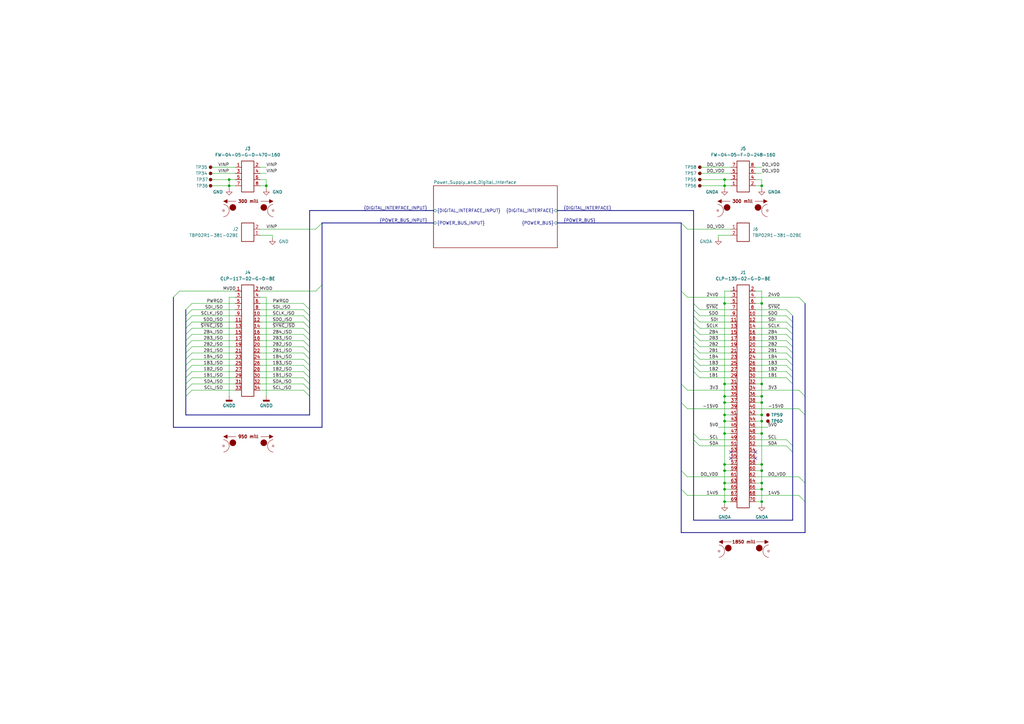
<source format=kicad_sch>
(kicad_sch (version 20250114) (generator "eeschema") (generator_version "9.0")
  (paper "A3")
  (lib_symbols
    (symbol "CONNECTORS_CLP-1xx-02-G-D-BE_DATA_BASE:J_CLP-117-02-G-D-BE" (pin_names (offset 0.254))
      (property "Reference" "J" (at 5.08 24.13 0))
      (property "Value" "CLP-117-02-G-D-BE" (at 5.08 -24.13 0))
      (symbol "J_CLP-117-02-G-D-BE_0_0"
        (pin unspecified line (at -5.08 20.32 0) (length 2.54) (name "") (number "1"))
        (pin unspecified line (at -5.08 17.78 0) (length 2.54) (name "") (number "3"))
        (pin unspecified line (at -5.08 15.24 0) (length 2.54) (name "") (number "5"))
        (pin unspecified line (at -5.08 12.7 0) (length 2.54) (name "") (number "7"))
        (pin unspecified line (at -5.08 10.16 0) (length 2.54) (name "") (number "9"))
        (pin unspecified line (at -5.08 7.62 0) (length 2.54) (name "") (number "11"))
        (pin unspecified line (at -5.08 5.08 0) (length 2.54) (name "") (number "13"))
        (pin unspecified line (at -5.08 2.54 0) (length 2.54) (name "") (number "15"))
        (pin unspecified line (at -5.08 0 0) (length 2.54) (name "") (number "17"))
        (pin unspecified line (at -5.08 -2.54 0) (length 2.54) (name "") (number "19"))
        (pin unspecified line (at -5.08 -5.08 0) (length 2.54) (name "") (number "21"))
        (pin unspecified line (at -5.08 -7.62 0) (length 2.54) (name "") (number "23"))
        (pin unspecified line (at -5.08 -10.16 0) (length 2.54) (name "") (number "25"))
        (pin unspecified line (at -5.08 -12.7 0) (length 2.54) (name "") (number "27"))
        (pin unspecified line (at -5.08 -15.24 0) (length 2.54) (name "") (number "29"))
        (pin unspecified line (at -5.08 -17.78 0) (length 2.54) (name "") (number "31"))
        (pin unspecified line (at -5.08 -20.32 0) (length 2.54) (name "") (number "33"))
        (pin unspecified line (at 5.08 20.32 180) (length 2.54) (name "") (number "2"))
        (pin unspecified line (at 5.08 17.78 180) (length 2.54) (name "") (number "4"))
        (pin unspecified line (at 5.08 15.24 180) (length 2.54) (name "") (number "6"))
        (pin unspecified line (at 5.08 12.7 180) (length 2.54) (name "") (number "8"))
        (pin unspecified line (at 5.08 10.16 180) (length 2.54) (name "") (number "10"))
        (pin unspecified line (at 5.08 7.62 180) (length 2.54) (name "") (number "12"))
        (pin unspecified line (at 5.08 5.08 180) (length 2.54) (name "") (number "14"))
        (pin unspecified line (at 5.08 2.54 180) (length 2.54) (name "") (number "16"))
        (pin unspecified line (at 5.08 0 180) (length 2.54) (name "") (number "18"))
        (pin unspecified line (at 5.08 -2.54 180) (length 2.54) (name "") (number "20"))
        (pin unspecified line (at 5.08 -5.08 180) (length 2.54) (name "") (number "22"))
        (pin unspecified line (at 5.08 -7.62 180) (length 2.54) (name "") (number "24"))
        (pin unspecified line (at 5.08 -10.16 180) (length 2.54) (name "") (number "26"))
        (pin unspecified line (at 5.08 -12.7 180) (length 2.54) (name "") (number "28"))
        (pin unspecified line (at 5.08 -15.24 180) (length 2.54) (name "") (number "30"))
        (pin unspecified line (at 5.08 -17.78 180) (length 2.54) (name "") (number "32"))
        (pin unspecified line (at 5.08 -20.32 180) (length 2.54) (name "") (number "34"))
      )
      (symbol "J_CLP-117-02-G-D-BE_1_0"
        (rectangle (start -2.54 22.86) (end 2.54 -22.86) (stroke (width 0.254)))
      )
    )
    (symbol "CONNECTORS_CLP-1xx-02-G-D-BE_DATA_BASE:J_CLP-135-02-G-D-BE" (pin_names (offset 0.254))
      (property "Reference" "J" (at 5.08 46.99 0))
      (property "Value" "CLP-135-02-G-D-BE" (at 5.08 -46.99 0))
      (symbol "J_CLP-135-02-G-D-BE_0_0"
        (pin unspecified line (at -5.08 43.18 0) (length 2.54) (name "") (number "1"))
        (pin unspecified line (at -5.08 40.64 0) (length 2.54) (name "") (number "3"))
        (pin unspecified line (at -5.08 38.1 0) (length 2.54) (name "") (number "5"))
        (pin unspecified line (at -5.08 35.56 0) (length 2.54) (name "") (number "7"))
        (pin unspecified line (at -5.08 33.02 0) (length 2.54) (name "") (number "9"))
        (pin unspecified line (at -5.08 30.48 0) (length 2.54) (name "") (number "11"))
        (pin unspecified line (at -5.08 27.94 0) (length 2.54) (name "") (number "13"))
        (pin unspecified line (at -5.08 25.4 0) (length 2.54) (name "") (number "15"))
        (pin unspecified line (at -5.08 22.86 0) (length 2.54) (name "") (number "17"))
        (pin unspecified line (at -5.08 20.32 0) (length 2.54) (name "") (number "19"))
        (pin unspecified line (at -5.08 17.78 0) (length 2.54) (name "") (number "21"))
        (pin unspecified line (at -5.08 15.24 0) (length 2.54) (name "") (number "23"))
        (pin unspecified line (at -5.08 12.7 0) (length 2.54) (name "") (number "25"))
        (pin unspecified line (at -5.08 10.16 0) (length 2.54) (name "") (number "27"))
        (pin unspecified line (at -5.08 7.62 0) (length 2.54) (name "") (number "29"))
        (pin unspecified line (at -5.08 5.08 0) (length 2.54) (name "") (number "31"))
        (pin unspecified line (at -5.08 2.54 0) (length 2.54) (name "") (number "33"))
        (pin unspecified line (at -5.08 0 0) (length 2.54) (name "") (number "35"))
        (pin unspecified line (at -5.08 -2.54 0) (length 2.54) (name "") (number "37"))
        (pin unspecified line (at -5.08 -5.08 0) (length 2.54) (name "") (number "39"))
        (pin unspecified line (at -5.08 -7.62 0) (length 2.54) (name "") (number "41"))
        (pin unspecified line (at -5.08 -10.16 0) (length 2.54) (name "") (number "43"))
        (pin unspecified line (at -5.08 -12.7 0) (length 2.54) (name "") (number "45"))
        (pin unspecified line (at -5.08 -15.24 0) (length 2.54) (name "") (number "47"))
        (pin unspecified line (at -5.08 -17.78 0) (length 2.54) (name "") (number "49"))
        (pin unspecified line (at -5.08 -20.32 0) (length 2.54) (name "") (number "51"))
        (pin unspecified line (at -5.08 -22.86 0) (length 2.54) (name "") (number "53"))
        (pin unspecified line (at -5.08 -25.4 0) (length 2.54) (name "") (number "55"))
        (pin unspecified line (at -5.08 -27.94 0) (length 2.54) (name "") (number "57"))
        (pin unspecified line (at -5.08 -30.48 0) (length 2.54) (name "") (number "59"))
        (pin unspecified line (at -5.08 -33.02 0) (length 2.54) (name "") (number "61"))
        (pin unspecified line (at -5.08 -35.56 0) (length 2.54) (name "") (number "63"))
        (pin unspecified line (at -5.08 -38.1 0) (length 2.54) (name "") (number "65"))
        (pin unspecified line (at -5.08 -40.64 0) (length 2.54) (name "") (number "67"))
        (pin unspecified line (at -5.08 -43.18 0) (length 2.54) (name "") (number "69"))
        (pin unspecified line (at 5.08 43.18 180) (length 2.54) (name "") (number "2"))
        (pin unspecified line (at 5.08 40.64 180) (length 2.54) (name "") (number "4"))
        (pin unspecified line (at 5.08 38.1 180) (length 2.54) (name "") (number "6"))
        (pin unspecified line (at 5.08 35.56 180) (length 2.54) (name "") (number "8"))
        (pin unspecified line (at 5.08 33.02 180) (length 2.54) (name "") (number "10"))
        (pin unspecified line (at 5.08 30.48 180) (length 2.54) (name "") (number "12"))
        (pin unspecified line (at 5.08 27.94 180) (length 2.54) (name "") (number "14"))
        (pin unspecified line (at 5.08 25.4 180) (length 2.54) (name "") (number "16"))
        (pin unspecified line (at 5.08 22.86 180) (length 2.54) (name "") (number "18"))
        (pin unspecified line (at 5.08 20.32 180) (length 2.54) (name "") (number "20"))
        (pin unspecified line (at 5.08 17.78 180) (length 2.54) (name "") (number "22"))
        (pin unspecified line (at 5.08 15.24 180) (length 2.54) (name "") (number "24"))
        (pin unspecified line (at 5.08 12.7 180) (length 2.54) (name "") (number "26"))
        (pin unspecified line (at 5.08 10.16 180) (length 2.54) (name "") (number "28"))
        (pin unspecified line (at 5.08 7.62 180) (length 2.54) (name "") (number "30"))
        (pin unspecified line (at 5.08 5.08 180) (length 2.54) (name "") (number "32"))
        (pin unspecified line (at 5.08 2.54 180) (length 2.54) (name "") (number "34"))
        (pin unspecified line (at 5.08 0 180) (length 2.54) (name "") (number "36"))
        (pin unspecified line (at 5.08 -2.54 180) (length 2.54) (name "") (number "38"))
        (pin unspecified line (at 5.08 -5.08 180) (length 2.54) (name "") (number "40"))
        (pin unspecified line (at 5.08 -7.62 180) (length 2.54) (name "") (number "42"))
        (pin unspecified line (at 5.08 -10.16 180) (length 2.54) (name "") (number "44"))
        (pin unspecified line (at 5.08 -12.7 180) (length 2.54) (name "") (number "46"))
        (pin unspecified line (at 5.08 -15.24 180) (length 2.54) (name "") (number "48"))
        (pin unspecified line (at 5.08 -17.78 180) (length 2.54) (name "") (number "50"))
        (pin unspecified line (at 5.08 -20.32 180) (length 2.54) (name "") (number "52"))
        (pin unspecified line (at 5.08 -22.86 180) (length 2.54) (name "") (number "54"))
        (pin unspecified line (at 5.08 -25.4 180) (length 2.54) (name "") (number "56"))
        (pin unspecified line (at 5.08 -27.94 180) (length 2.54) (name "") (number "58"))
        (pin unspecified line (at 5.08 -30.48 180) (length 2.54) (name "") (number "60"))
        (pin unspecified line (at 5.08 -33.02 180) (length 2.54) (name "") (number "62"))
        (pin unspecified line (at 5.08 -35.56 180) (length 2.54) (name "") (number "64"))
        (pin unspecified line (at 5.08 -38.1 180) (length 2.54) (name "") (number "66"))
        (pin unspecified line (at 5.08 -40.64 180) (length 2.54) (name "") (number "68"))
        (pin unspecified line (at 5.08 -43.18 180) (length 2.54) (name "") (number "70"))
      )
      (symbol "J_CLP-135-02-G-D-BE_1_0"
        (rectangle (start -2.54 45.72) (end 2.54 -45.72) (stroke (width 0.254)))
      )
    )
    (symbol "CONNECTORS_FW-xx-05-F-D-248-160_DATA_BASE:J_FW-04-05-F-D-248-160" (pin_names (offset 0.254))
      (property "Reference" "J" (at 5.08 7.62 0))
      (property "Value" "FW-04-05-F-D-248-160" (at 5.08 -7.62 0))
      (symbol "J_FW-04-05-F-D-248-160_0_0"
        (pin unspecified line (at -5.08 3.81 0) (length 2.54) (name "") (number "1"))
        (pin unspecified line (at -5.08 1.27 0) (length 2.54) (name "") (number "3"))
        (pin unspecified line (at -5.08 -1.27 0) (length 2.54) (name "") (number "5"))
        (pin unspecified line (at -5.08 -3.81 0) (length 2.54) (name "") (number "7"))
        (pin unspecified line (at 5.08 3.81 180) (length 2.54) (name "") (number "2"))
        (pin unspecified line (at 5.08 1.27 180) (length 2.54) (name "") (number "4"))
        (pin unspecified line (at 5.08 -1.27 180) (length 2.54) (name "") (number "6"))
        (pin unspecified line (at 5.08 -3.81 180) (length 2.54) (name "") (number "8"))
      )
      (symbol "J_FW-04-05-F-D-248-160_1_0"
        (rectangle (start -2.54 6.35) (end 2.54 -6.35) (stroke (width 0.254)))
      )
    )
    (symbol "CONNECTORS_FW-xx-05-G-D-470-160_DATA_BASE:J_FW-04-05-G-D-470-160" (pin_names (offset 0.254))
      (property "Reference" "J" (at 5.08 7.62 0))
      (property "Value" "FW-04-05-G-D-470-160" (at 5.08 -7.62 0))
      (symbol "J_FW-04-05-G-D-470-160_0_0"
        (pin unspecified line (at -5.08 3.81 0) (length 2.54) (name "") (number "1"))
        (pin unspecified line (at -5.08 1.27 0) (length 2.54) (name "") (number "3"))
        (pin unspecified line (at -5.08 -1.27 0) (length 2.54) (name "") (number "5"))
        (pin unspecified line (at -5.08 -3.81 0) (length 2.54) (name "") (number "7"))
        (pin unspecified line (at 5.08 3.81 180) (length 2.54) (name "") (number "2"))
        (pin unspecified line (at 5.08 1.27 180) (length 2.54) (name "") (number "4"))
        (pin unspecified line (at 5.08 -1.27 180) (length 2.54) (name "") (number "6"))
        (pin unspecified line (at 5.08 -3.81 180) (length 2.54) (name "") (number "8"))
      )
      (symbol "J_FW-04-05-G-D-470-160_1_0"
        (rectangle (start -2.54 6.35) (end 2.54 -6.35) (stroke (width 0.254)))
      )
    )
    (symbol "CONNECTORS_TBP02R1-381_DATA_BASE:J_TBP02R1-381-02BE" (pin_names (offset 0.254))
      (property "Reference" "J" (at 5.08 5.08 0))
      (property "Value" "TBP02R1-381-02BE" (at 5.08 -5.08 0))
      (symbol "J_TBP02R1-381-02BE_0_0"
        (pin unspecified line (at -5.08 1.27 0) (length 2.54) (name "") (number "1"))
        (pin unspecified line (at -5.08 -1.27 0) (length 2.54) (name "") (number "2"))
      )
      (symbol "J_TBP02R1-381-02BE_1_0"
        (rectangle (start -2.54 3.81) (end 2.54 -3.81) (stroke (width 0.254)))
      )
    )
    (symbol "UNITED_MOUSE_BITES_DATA_BASE:mouse-bite-50mil-1850mil" (pin_names (offset 1.016))
      (symbol "mouse-bite-50mil-1850mil_1_1"
        (arc (start -9.9097 2.54) (mid -7.6077 0) (end -9.9097 -2.54))
        (circle (center -9.9097 0) (radius 0.3592))
        (circle (center -6.096 1.27) (radius 1.27) (fill (type outline)))
        (polyline (pts (xy -4.826 3.81) (xy -8.382 3.81) (xy -8.382 4.572) (xy -9.906 3.81) (xy -8.382 3.048) (xy -8.382 3.81) (xy -7.366 3.81)) (fill (type outline)))
        (polyline (pts (xy 5.334 3.81) (xy 8.89 3.81) (xy 8.89 3.048) (xy 10.414 3.81) (xy 8.89 4.572) (xy 8.89 3.81) (xy 7.874 3.81)) (fill (type outline)))
        (circle (center 6.604 1.27) (radius 1.27) (fill (type outline)))
        (circle (center 10.414 0) (radius 0.3592))
        (arc (start 10.414 -2.54) (mid 8.1117 0) (end 10.414 2.54))
        (text "1850 mill" (at 0.254 3.81 0) (effects (font (size 1.27 1.27) (thickness 0.254) (bold yes))))
      )
    )
    (symbol "UNITED_MOUSE_BITES_DATA_BASE:mouse-bite-50mil-300mil" (pin_names (offset 1.016))
      (symbol "mouse-bite-50mil-300mil_1_1"
        (arc (start -9.9097 2.54) (mid -7.6077 0) (end -9.9097 -2.54))
        (circle (center -9.9097 0) (radius 0.3592))
        (circle (center -6.096 1.27) (radius 1.27) (fill (type outline)))
        (polyline (pts (xy -4.826 3.81) (xy -8.382 3.81) (xy -8.382 4.572) (xy -9.906 3.81) (xy -8.382 3.048) (xy -8.382 3.81) (xy -7.366 3.81)) (fill (type outline)))
        (polyline (pts (xy 5.334 3.81) (xy 8.89 3.81) (xy 8.89 3.048) (xy 10.414 3.81) (xy 8.89 4.572) (xy 8.89 3.81) (xy 7.874 3.81)) (fill (type outline)))
        (circle (center 6.604 1.27) (radius 1.27) (fill (type outline)))
        (circle (center 10.414 0) (radius 0.3592))
        (arc (start 10.414 -2.54) (mid 8.1117 0) (end 10.414 2.54))
        (text "300 mill" (at 0.254 3.81 0) (effects (font (size 1.27 1.27) (thickness 0.254) (bold yes))))
      )
    )
    (symbol "UNITED_MOUSE_BITES_DATA_BASE:mouse-bite-50mil-950mil" (pin_names (offset 1.016))
      (symbol "mouse-bite-50mil-950mil_1_1"
        (arc (start -9.9097 2.54) (mid -7.6077 0) (end -9.9097 -2.54))
        (circle (center -9.9097 0) (radius 0.3592))
        (circle (center -6.096 1.27) (radius 1.27) (fill (type outline)))
        (polyline (pts (xy -4.826 3.81) (xy -8.382 3.81) (xy -8.382 4.572) (xy -9.906 3.81) (xy -8.382 3.048) (xy -8.382 3.81) (xy -7.366 3.81)) (fill (type outline)))
        (polyline (pts (xy 5.334 3.81) (xy 8.89 3.81) (xy 8.89 3.048) (xy 10.414 3.81) (xy 8.89 4.572) (xy 8.89 3.81) (xy 7.874 3.81)) (fill (type outline)))
        (circle (center 6.604 1.27) (radius 1.27) (fill (type outline)))
        (circle (center 10.414 0) (radius 0.3592))
        (arc (start 10.414 -2.54) (mid 8.1117 0) (end 10.414 2.54))
        (text "950 mill" (at 0.254 3.81 0) (effects (font (size 1.27 1.27) (thickness 0.254) (bold yes))))
      )
    )
    (symbol "UNITED_TEST_POINTS:TestPoint_Castelated_v2" (pin_numbers (hide yes)) (pin_names (offset 0.762) (hide yes))
      (property "Reference" "TP" (at 0 5.08 0))
      (symbol "TestPoint_Castelated_v2_1_1"
        (circle (center 0 0) (radius 0.635) (fill (type outline)))
        (pin passive line (at 0 0 0) (length 0) (name "1") (number "1"))
      )
    )
    (symbol "power:GND" (power) (pin_numbers (hide yes)) (pin_names (offset 0) (hide yes))
      (property "Value" "GND" (at 0 -3.81 0))
      (symbol "GND_0_1"
        (polyline (pts (xy 0 0) (xy 0 -1.27) (xy 1.27 -1.27) (xy 0 -2.54) (xy -1.27 -1.27) (xy 0 -1.27)))
      )
      (symbol "GND_1_1"
        (pin power_in line (at 0 0 270) (length 0) (name "~") (number "1"))
      )
    )
    (symbol "power:GNDA" (power) (pin_numbers (hide yes)) (pin_names (offset 0) (hide yes))
      (property "Value" "GNDA" (at 0 -3.81 0))
      (symbol "GNDA_0_1"
        (polyline (pts (xy 0 0) (xy 0 -1.27) (xy 1.27 -1.27) (xy 0 -2.54) (xy -1.27 -1.27) (xy 0 -1.27)))
      )
      (symbol "GNDA_1_1"
        (pin power_in line (at 0 0 270) (length 0) (name "~") (number "1"))
      )
    )
    (symbol "power:GNDD" (power) (pin_numbers (hide yes)) (pin_names (offset 0) (hide yes))
      (property "Value" "GNDD" (at 0 -3.175 0))
      (symbol "GNDD_0_1"
        (rectangle (start -1.27 -1.524) (end 1.27 -2.032) (stroke (width 0.254)) (fill (type outline)))
        (polyline (pts (xy 0 0) (xy 0 -1.524)))
      )
      (symbol "GNDD_1_1"
        (pin power_in line (at 0 0 270) (length 0) (name "~") (number "1"))
      )
    )
  )
  (bus_alias "DIGITAL_INTERFACE" (members "GPIO_A" "GPIO_B" "GPIO_C" "GPIO_D" "GPIO_E" "GPIO_F" "~{ADC_RDY}" "~{ALERT}" "~{RESET}" "SDO" "SDI" "SCLK" "~{SYNC}" "SCL" "SDA" "P1_0" "P1_1" "P1_2" "P1_3" "P1_4" "P1_5" "P1_6" "P1_7" "1B1" "1B2" "1B3" "1B4" "2B1" "2B2" "2B3" "2B4" "AD0" "AD1"))
  (bus_alias "DIGITAL_INTERFACE_INPUT" (members "PWRGD" "~{RESET_ISO}" "~{ALERT_ISO}" "SCLK_ISO" "SDI_ISO" "SDO_ISO" "~{SYNC_ISO}" "SCL_ISO" "SDA_ISO" "1B1_ISO" "1B2_ISO" "1B3_ISO" "1B4_ISO" "2B1_ISO" "2B2_ISO" "2B3_ISO" "2B4_ISO"))
  (bus_alias "POWER_BUS" (members "24V0" "3V3" "14V5" "-15V0" "DO_VDD" "5V0"))
  (bus_alias "POWER_BUS_INPUT" (members "VINP" "MVDD"))
  (junction (at 297.18 200.66))
  (junction (at 297.18 76.2))
  (junction (at 312.42 124.46))
  (junction (at 312.42 76.2))
  (junction (at 312.42 200.66))
  (junction (at 297.18 190.5))
  (junction (at 312.42 170.18))
  (junction (at 312.42 157.48))
  (junction (at 312.42 198.12))
  (junction (at 93.98 76.2))
  (junction (at 109.22 76.2))
  (junction (at 312.42 162.56))
  (junction (at 297.18 165.1))
  (junction (at 312.42 177.8))
  (junction (at 297.18 170.18))
  (junction (at 297.18 157.48))
  (junction (at 297.18 172.72))
  (junction (at 312.42 165.1))
  (junction (at 312.42 193.04))
  (junction (at 312.42 205.74))
  (junction (at 93.98 73.66))
  (junction (at 312.42 190.5))
  (junction (at 297.18 205.74))
  (junction (at 297.18 198.12))
  (junction (at 297.18 177.8))
  (junction (at 297.18 124.46))
  (junction (at 297.18 73.66))
  (junction (at 312.42 172.72))
  (junction (at 297.18 162.56))
  (junction (at 297.18 193.04))
  (no_connect (at 309.88 187.96))
  (no_connect (at 309.88 185.42))
  (no_connect (at 299.72 187.96))
  (no_connect (at 299.72 185.42))
  (bus_entry (at 76.2 144.78) (size 2.54 -2.54))
  (bus_entry (at 322.58 129.54) (size 2.54 2.54))
  (bus_entry (at 132.08 116.84) (size -2.54 2.54))
  (bus_entry (at 327.66 203.2) (size 2.54 2.54))
  (bus_entry (at 287.02 127) (size -2.54 -2.54))
  (bus_entry (at 322.58 152.4) (size 2.54 2.54))
  (bus_entry (at 127 142.24) (size -2.54 -2.54))
  (bus_entry (at 281.94 121.92) (size -2.54 -2.54))
  (bus_entry (at 76.2 132.08) (size 2.54 -2.54))
  (bus_entry (at 322.58 137.16) (size 2.54 2.54))
  (bus_entry (at 322.58 134.62) (size 2.54 2.54))
  (bus_entry (at 322.58 147.32) (size 2.54 2.54))
  (bus_entry (at 76.2 152.4) (size 2.54 -2.54))
  (bus_entry (at 287.02 137.16) (size -2.54 -2.54))
  (bus_entry (at 287.02 147.32) (size -2.54 -2.54))
  (bus_entry (at 327.66 195.58) (size 2.54 2.54))
  (bus_entry (at 287.02 129.54) (size -2.54 -2.54))
  (bus_entry (at 127 132.08) (size -2.54 -2.54))
  (bus_entry (at 76.2 127) (size 2.54 -2.54))
  (bus_entry (at 76.2 149.86) (size 2.54 -2.54))
  (bus_entry (at 322.58 144.78) (size 2.54 2.54))
  (bus_entry (at 322.58 182.88) (size 2.54 2.54))
  (bus_entry (at 287.02 144.78) (size -2.54 -2.54))
  (bus_entry (at 76.2 162.56) (size 2.54 -2.54))
  (bus_entry (at 76.2 154.94) (size 2.54 -2.54))
  (bus_entry (at 287.02 142.24) (size -2.54 -2.54))
  (bus_entry (at 127 160.02) (size -2.54 -2.54))
  (bus_entry (at 327.66 167.64) (size 2.54 2.54))
  (bus_entry (at 281.94 203.2) (size -2.54 -2.54))
  (bus_entry (at 76.2 137.16) (size 2.54 -2.54))
  (bus_entry (at 322.58 132.08) (size 2.54 2.54))
  (bus_entry (at 287.02 132.08) (size -2.54 -2.54))
  (bus_entry (at 322.58 142.24) (size 2.54 2.54))
  (bus_entry (at 76.2 160.02) (size 2.54 -2.54))
  (bus_entry (at 281.94 160.02) (size -2.54 -2.54))
  (bus_entry (at 287.02 182.88) (size -2.54 -2.54))
  (bus_entry (at 127 157.48) (size -2.54 -2.54))
  (bus_entry (at 76.2 139.7) (size 2.54 -2.54))
  (bus_entry (at 281.94 195.58) (size -2.54 -2.54))
  (bus_entry (at 127 152.4) (size -2.54 -2.54))
  (bus_entry (at 279.4 91.44) (size 2.54 2.54))
  (bus_entry (at 76.2 142.24) (size 2.54 -2.54))
  (bus_entry (at 322.58 154.94) (size 2.54 2.54))
  (bus_entry (at 127 154.94) (size -2.54 -2.54))
  (bus_entry (at 127 134.62) (size -2.54 -2.54))
  (bus_entry (at 71.12 121.92) (size 2.54 -2.54))
  (bus_entry (at 287.02 152.4) (size -2.54 -2.54))
  (bus_entry (at 287.02 134.62) (size -2.54 -2.54))
  (bus_entry (at 76.2 129.54) (size 2.54 -2.54))
  (bus_entry (at 127 144.78) (size -2.54 -2.54))
  (bus_entry (at 287.02 139.7) (size -2.54 -2.54))
  (bus_entry (at 322.58 149.86) (size 2.54 2.54))
  (bus_entry (at 76.2 134.62) (size 2.54 -2.54))
  (bus_entry (at 127 139.7) (size -2.54 -2.54))
  (bus_entry (at 127 127) (size -2.54 -2.54))
  (bus_entry (at 127 147.32) (size -2.54 -2.54))
  (bus_entry (at 287.02 180.34) (size -2.54 -2.54))
  (bus_entry (at 127 137.16) (size -2.54 -2.54))
  (bus_entry (at 287.02 149.86) (size -2.54 -2.54))
  (bus_entry (at 76.2 147.32) (size 2.54 -2.54))
  (bus_entry (at 127 162.56) (size -2.54 -2.54))
  (bus_entry (at 322.58 127) (size 2.54 2.54))
  (bus_entry (at 287.02 154.94) (size -2.54 -2.54))
  (bus_entry (at 330.2 124.46) (size -2.54 -2.54))
  (bus_entry (at 322.58 180.34) (size 2.54 2.54))
  (bus_entry (at 322.58 139.7) (size 2.54 2.54))
  (bus_entry (at 132.08 91.44) (size -2.54 2.54))
  (bus_entry (at 281.94 167.64) (size -2.54 -2.54))
  (bus_entry (at 127 149.86) (size -2.54 -2.54))
  (bus_entry (at 76.2 157.48) (size 2.54 -2.54))
  (bus_entry (at 327.66 160.02) (size 2.54 2.54))
  (bus_entry (at 127 129.54) (size -2.54 -2.54))
  (bus (pts (xy 76.2 154.94) (xy 76.2 157.48)))
  (wire (pts (xy 297.18 170.18) (xy 297.18 165.1)))
  (wire (pts (xy 287.02 142.24) (xy 299.72 142.24)))
  (bus (pts (xy 127 144.78) (xy 127 147.32)))
  (bus (pts (xy 279.4 193.04) (xy 279.4 200.66)))
  (wire (pts (xy 309.88 182.88) (xy 322.58 182.88)))
  (wire (pts (xy 287.02 132.08) (xy 299.72 132.08)))
  (bus (pts (xy 279.4 218.44) (xy 330.2 218.44)))
  (wire (pts (xy 287.02 134.62) (xy 299.72 134.62)))
  (wire (pts (xy 78.74 152.4) (xy 96.52 152.4)))
  (bus (pts (xy 76.2 162.56) (xy 76.2 170.18)))
  (wire (pts (xy 109.22 73.66) (xy 109.22 76.2)))
  (wire (pts (xy 312.42 162.56) (xy 312.42 157.48)))
  (wire (pts (xy 287.02 73.66) (xy 297.18 73.66)))
  (bus (pts (xy 330.2 198.12) (xy 330.2 205.74)))
  (wire (pts (xy 309.88 142.24) (xy 322.58 142.24)))
  (wire (pts (xy 106.68 76.2) (xy 109.22 76.2)))
  (wire (pts (xy 297.18 76.2) (xy 299.72 76.2)))
  (wire (pts (xy 281.94 160.02) (xy 299.72 160.02)))
  (wire (pts (xy 86.36 76.2) (xy 93.98 76.2)))
  (wire (pts (xy 78.74 139.7) (xy 96.52 139.7)))
  (bus (pts (xy 76.2 129.54) (xy 76.2 132.08)))
  (bus (pts (xy 325.12 147.32) (xy 325.12 149.86)))
  (wire (pts (xy 297.18 157.48) (xy 297.18 124.46)))
  (bus (pts (xy 284.48 213.36) (xy 325.12 213.36)))
  (bus (pts (xy 325.12 137.16) (xy 325.12 139.7)))
  (wire (pts (xy 281.94 167.64) (xy 299.72 167.64)))
  (wire (pts (xy 309.88 149.86) (xy 322.58 149.86)))
  (wire (pts (xy 297.18 165.1) (xy 297.18 162.56)))
  (wire (pts (xy 124.46 134.62) (xy 106.68 134.62)))
  (wire (pts (xy 312.42 177.8) (xy 312.42 172.72)))
  (wire (pts (xy 281.94 203.2) (xy 299.72 203.2)))
  (wire (pts (xy 297.18 172.72) (xy 297.18 170.18)))
  (wire (pts (xy 309.88 68.58) (xy 312.42 68.58)))
  (wire (pts (xy 297.18 157.48) (xy 299.72 157.48)))
  (wire (pts (xy 312.42 157.48) (xy 312.42 124.46)))
  (wire (pts (xy 287.02 147.32) (xy 299.72 147.32)))
  (bus (pts (xy 325.12 185.42) (xy 325.12 213.36)))
  (wire (pts (xy 124.46 160.02) (xy 106.68 160.02)))
  (wire (pts (xy 297.18 165.1) (xy 299.72 165.1)))
  (wire (pts (xy 309.88 127) (xy 322.58 127)))
  (wire (pts (xy 297.18 205.74) (xy 297.18 200.66)))
  (wire (pts (xy 297.18 207.01) (xy 297.18 205.74)))
  (wire (pts (xy 106.68 71.12) (xy 109.22 71.12)))
  (wire (pts (xy 309.88 180.34) (xy 322.58 180.34)))
  (bus (pts (xy 325.12 132.08) (xy 325.12 134.62)))
  (bus (pts (xy 76.2 149.86) (xy 76.2 152.4)))
  (wire (pts (xy 297.18 172.72) (xy 299.72 172.72)))
  (wire (pts (xy 78.74 149.86) (xy 96.52 149.86)))
  (bus (pts (xy 284.48 124.46) (xy 284.48 127)))
  (wire (pts (xy 312.42 124.46) (xy 309.88 124.46)))
  (bus (pts (xy 325.12 154.94) (xy 325.12 157.48)))
  (wire (pts (xy 78.74 157.48) (xy 96.52 157.48)))
  (wire (pts (xy 93.98 121.92) (xy 93.98 162.56)))
  (bus (pts (xy 284.48 86.36) (xy 228.6 86.36)))
  (wire (pts (xy 309.88 139.7) (xy 322.58 139.7)))
  (bus (pts (xy 127 147.32) (xy 127 149.86)))
  (wire (pts (xy 287.02 71.12) (xy 299.72 71.12)))
  (bus (pts (xy 284.48 144.78) (xy 284.48 147.32)))
  (bus (pts (xy 228.6 91.44) (xy 279.4 91.44)))
  (bus (pts (xy 127 154.94) (xy 127 157.48)))
  (wire (pts (xy 312.42 205.74) (xy 312.42 200.66)))
  (wire (pts (xy 309.88 132.08) (xy 322.58 132.08)))
  (bus (pts (xy 177.8 91.44) (xy 132.08 91.44)))
  (wire (pts (xy 297.18 170.18) (xy 299.72 170.18)))
  (wire (pts (xy 281.94 93.98) (xy 299.72 93.98)))
  (bus (pts (xy 71.12 175.26) (xy 132.08 175.26)))
  (bus (pts (xy 279.4 165.1) (xy 279.4 193.04)))
  (wire (pts (xy 287.02 182.88) (xy 299.72 182.88)))
  (bus (pts (xy 330.2 205.74) (xy 330.2 218.44)))
  (wire (pts (xy 309.88 160.02) (xy 327.66 160.02)))
  (bus (pts (xy 284.48 132.08) (xy 284.48 134.62)))
  (bus (pts (xy 76.2 139.7) (xy 76.2 142.24)))
  (wire (pts (xy 124.46 127) (xy 106.68 127)))
  (wire (pts (xy 314.96 175.26) (xy 309.88 175.26)))
  (wire (pts (xy 312.42 124.46) (xy 312.42 119.38)))
  (wire (pts (xy 312.42 205.74) (xy 309.88 205.74)))
  (wire (pts (xy 294.64 175.26) (xy 299.72 175.26)))
  (bus (pts (xy 127 129.54) (xy 127 132.08)))
  (bus (pts (xy 127 162.56) (xy 127 170.18)))
  (wire (pts (xy 312.42 198.12) (xy 309.88 198.12)))
  (wire (pts (xy 106.68 119.38) (xy 129.54 119.38)))
  (bus (pts (xy 279.4 91.44) (xy 279.4 119.38)))
  (wire (pts (xy 287.02 129.54) (xy 299.72 129.54)))
  (wire (pts (xy 309.88 147.32) (xy 322.58 147.32)))
  (wire (pts (xy 124.46 132.08) (xy 106.68 132.08)))
  (bus (pts (xy 330.2 124.46) (xy 330.2 162.56)))
  (wire (pts (xy 78.74 134.62) (xy 96.52 134.62)))
  (bus (pts (xy 127 152.4) (xy 127 154.94)))
  (bus (pts (xy 284.48 127) (xy 284.48 129.54)))
  (wire (pts (xy 312.42 198.12) (xy 312.42 193.04)))
  (wire (pts (xy 124.46 147.32) (xy 106.68 147.32)))
  (wire (pts (xy 124.46 129.54) (xy 106.68 129.54)))
  (bus (pts (xy 284.48 180.34) (xy 284.48 213.36)))
  (wire (pts (xy 86.36 68.58) (xy 96.52 68.58)))
  (bus (pts (xy 76.2 127) (xy 76.2 129.54)))
  (bus (pts (xy 76.2 157.48) (xy 76.2 160.02)))
  (wire (pts (xy 86.36 73.66) (xy 93.98 73.66)))
  (bus (pts (xy 76.2 152.4) (xy 76.2 154.94)))
  (wire (pts (xy 312.42 73.66) (xy 312.42 76.2)))
  (wire (pts (xy 93.98 73.66) (xy 93.98 76.2)))
  (wire (pts (xy 312.42 170.18) (xy 312.42 165.1)))
  (wire (pts (xy 309.88 195.58) (xy 327.66 195.58)))
  (wire (pts (xy 287.02 144.78) (xy 299.72 144.78)))
  (bus (pts (xy 127 132.08) (xy 127 134.62)))
  (wire (pts (xy 309.88 121.92) (xy 327.66 121.92)))
  (wire (pts (xy 109.22 121.92) (xy 109.22 162.56)))
  (wire (pts (xy 106.68 68.58) (xy 109.22 68.58)))
  (wire (pts (xy 124.46 137.16) (xy 106.68 137.16)))
  (wire (pts (xy 312.42 165.1) (xy 312.42 162.56)))
  (wire (pts (xy 309.88 129.54) (xy 322.58 129.54)))
  (wire (pts (xy 287.02 152.4) (xy 299.72 152.4)))
  (wire (pts (xy 287.02 139.7) (xy 299.72 139.7)))
  (bus (pts (xy 284.48 86.36) (xy 284.48 124.46)))
  (wire (pts (xy 109.22 76.2) (xy 109.22 77.47)))
  (wire (pts (xy 309.88 137.16) (xy 322.58 137.16)))
  (wire (pts (xy 309.88 71.12) (xy 312.42 71.12)))
  (wire (pts (xy 287.02 127) (xy 299.72 127)))
  (wire (pts (xy 287.02 68.58) (xy 299.72 68.58)))
  (bus (pts (xy 325.12 134.62) (xy 325.12 137.16)))
  (bus (pts (xy 284.48 129.54) (xy 284.48 132.08)))
  (wire (pts (xy 78.74 147.32) (xy 96.52 147.32)))
  (bus (pts (xy 132.08 91.44) (xy 132.08 116.84)))
  (wire (pts (xy 78.74 132.08) (xy 96.52 132.08)))
  (wire (pts (xy 281.94 121.92) (xy 299.72 121.92)))
  (wire (pts (xy 124.46 142.24) (xy 106.68 142.24)))
  (bus (pts (xy 279.4 119.38) (xy 279.4 157.48)))
  (wire (pts (xy 287.02 137.16) (xy 299.72 137.16)))
  (bus (pts (xy 76.2 170.18) (xy 127 170.18)))
  (wire (pts (xy 78.74 160.02) (xy 96.52 160.02)))
  (bus (pts (xy 330.2 170.18) (xy 330.2 198.12)))
  (wire (pts (xy 297.18 73.66) (xy 297.18 76.2)))
  (wire (pts (xy 93.98 77.47) (xy 93.98 76.2)))
  (wire (pts (xy 297.18 198.12) (xy 299.72 198.12)))
  (bus (pts (xy 284.48 152.4) (xy 284.48 177.8)))
  (wire (pts (xy 297.18 177.8) (xy 297.18 172.72)))
  (wire (pts (xy 312.42 207.01) (xy 312.42 205.74)))
  (wire (pts (xy 78.74 137.16) (xy 96.52 137.16)))
  (wire (pts (xy 297.18 124.46) (xy 299.72 124.46)))
  (wire (pts (xy 106.68 73.66) (xy 109.22 73.66)))
  (bus (pts (xy 325.12 157.48) (xy 325.12 182.88)))
  (wire (pts (xy 297.18 119.38) (xy 299.72 119.38)))
  (bus (pts (xy 325.12 144.78) (xy 325.12 147.32)))
  (bus (pts (xy 284.48 134.62) (xy 284.48 137.16)))
  (wire (pts (xy 287.02 149.86) (xy 299.72 149.86)))
  (wire (pts (xy 309.88 154.94) (xy 322.58 154.94)))
  (wire (pts (xy 78.74 142.24) (xy 96.52 142.24)))
  (wire (pts (xy 106.68 93.98) (xy 129.54 93.98)))
  (bus (pts (xy 325.12 142.24) (xy 325.12 144.78)))
  (wire (pts (xy 93.98 121.92) (xy 96.52 121.92)))
  (bus (pts (xy 76.2 160.02) (xy 76.2 162.56)))
  (bus (pts (xy 127 134.62) (xy 127 137.16)))
  (wire (pts (xy 309.88 144.78) (xy 322.58 144.78)))
  (wire (pts (xy 309.88 134.62) (xy 322.58 134.62)))
  (wire (pts (xy 78.74 127) (xy 96.52 127)))
  (wire (pts (xy 73.66 119.38) (xy 96.52 119.38)))
  (wire (pts (xy 312.42 190.5) (xy 309.88 190.5)))
  (wire (pts (xy 297.18 193.04) (xy 297.18 190.5)))
  (wire (pts (xy 96.52 73.66) (xy 93.98 73.66)))
  (wire (pts (xy 312.42 77.47) (xy 312.42 76.2)))
  (wire (pts (xy 312.42 177.8) (xy 312.42 190.5)))
  (bus (pts (xy 127 86.36) (xy 177.8 86.36)))
  (wire (pts (xy 124.46 139.7) (xy 106.68 139.7)))
  (wire (pts (xy 309.88 152.4) (xy 322.58 152.4)))
  (wire (pts (xy 297.18 73.66) (xy 299.72 73.66)))
  (wire (pts (xy 297.18 162.56) (xy 297.18 157.48)))
  (wire (pts (xy 297.18 200.66) (xy 297.18 198.12)))
  (wire (pts (xy 297.18 198.12) (xy 297.18 193.04)))
  (wire (pts (xy 312.42 76.2) (xy 309.88 76.2)))
  (wire (pts (xy 86.36 71.12) (xy 96.52 71.12)))
  (bus (pts (xy 330.2 162.56) (xy 330.2 170.18)))
  (bus (pts (xy 325.12 129.54) (xy 325.12 132.08)))
  (wire (pts (xy 111.76 97.79) (xy 111.76 96.52)))
  (bus (pts (xy 284.48 149.86) (xy 284.48 152.4)))
  (bus (pts (xy 127 142.24) (xy 127 144.78)))
  (bus (pts (xy 127 149.86) (xy 127 152.4)))
  (wire (pts (xy 124.46 144.78) (xy 106.68 144.78)))
  (wire (pts (xy 294.64 97.79) (xy 294.64 96.52)))
  (bus (pts (xy 325.12 152.4) (xy 325.12 154.94)))
  (wire (pts (xy 312.42 119.38) (xy 309.88 119.38)))
  (wire (pts (xy 78.74 129.54) (xy 96.52 129.54)))
  (wire (pts (xy 312.42 172.72) (xy 309.88 172.72)))
  (wire (pts (xy 312.42 170.18) (xy 309.88 170.18)))
  (wire (pts (xy 106.68 124.46) (xy 124.46 124.46)))
  (wire (pts (xy 297.18 162.56) (xy 299.72 162.56)))
  (wire (pts (xy 312.42 162.56) (xy 309.88 162.56)))
  (bus (pts (xy 325.12 139.7) (xy 325.12 142.24)))
  (wire (pts (xy 297.18 177.8) (xy 297.18 190.5)))
  (bus (pts (xy 325.12 182.88) (xy 325.12 185.42)))
  (bus (pts (xy 127 137.16) (xy 127 139.7)))
  (wire (pts (xy 312.42 172.72) (xy 312.42 170.18)))
  (wire (pts (xy 124.46 152.4) (xy 106.68 152.4)))
  (bus (pts (xy 284.48 142.24) (xy 284.48 144.78)))
  (wire (pts (xy 297.18 190.5) (xy 299.72 190.5)))
  (wire (pts (xy 312.42 200.66) (xy 312.42 198.12)))
  (bus (pts (xy 325.12 149.86) (xy 325.12 152.4)))
  (wire (pts (xy 294.64 96.52) (xy 299.72 96.52)))
  (bus (pts (xy 76.2 132.08) (xy 76.2 134.62)))
  (wire (pts (xy 124.46 154.94) (xy 106.68 154.94)))
  (wire (pts (xy 124.46 157.48) (xy 106.68 157.48)))
  (wire (pts (xy 312.42 193.04) (xy 312.42 190.5)))
  (wire (pts (xy 312.42 200.66) (xy 309.88 200.66)))
  (wire (pts (xy 78.74 154.94) (xy 96.52 154.94)))
  (wire (pts (xy 109.22 121.92) (xy 106.68 121.92)))
  (wire (pts (xy 297.18 76.2) (xy 297.18 77.47)))
  (bus (pts (xy 127 127) (xy 127 86.36)))
  (bus (pts (xy 279.4 200.66) (xy 279.4 218.44)))
  (wire (pts (xy 124.46 149.86) (xy 106.68 149.86)))
  (wire (pts (xy 312.42 193.04) (xy 309.88 193.04)))
  (wire (pts (xy 309.88 167.64) (xy 327.66 167.64)))
  (bus (pts (xy 127 127) (xy 127 129.54)))
  (wire (pts (xy 287.02 76.2) (xy 297.18 76.2)))
  (bus (pts (xy 76.2 134.62) (xy 76.2 137.16)))
  (wire (pts (xy 297.18 200.66) (xy 299.72 200.66)))
  (wire (pts (xy 297.18 124.46) (xy 297.18 119.38)))
  (wire (pts (xy 312.42 157.48) (xy 309.88 157.48)))
  (wire (pts (xy 312.42 165.1) (xy 309.88 165.1)))
  (wire (pts (xy 309.88 73.66) (xy 312.42 73.66)))
  (wire (pts (xy 297.18 205.74) (xy 299.72 205.74)))
  (bus (pts (xy 127 139.7) (xy 127 142.24)))
  (wire (pts (xy 96.52 76.2) (xy 93.98 76.2)))
  (bus (pts (xy 279.4 157.48) (xy 279.4 165.1)))
  (wire (pts (xy 287.02 154.94) (xy 299.72 154.94)))
  (wire (pts (xy 309.88 203.2) (xy 327.66 203.2)))
  (bus (pts (xy 76.2 137.16) (xy 76.2 139.7)))
  (wire (pts (xy 287.02 180.34) (xy 299.72 180.34)))
  (wire (pts (xy 312.42 177.8) (xy 309.88 177.8)))
  (bus (pts (xy 76.2 147.32) (xy 76.2 149.86)))
  (bus (pts (xy 127 160.02) (xy 127 162.56)))
  (wire (pts (xy 297.18 193.04) (xy 299.72 193.04)))
  (bus (pts (xy 284.48 137.16) (xy 284.48 139.7)))
  (wire (pts (xy 78.74 124.46) (xy 96.52 124.46)))
  (bus (pts (xy 76.2 142.24) (xy 76.2 144.78)))
  (bus (pts (xy 284.48 139.7) (xy 284.48 142.24)))
  (wire (pts (xy 281.94 195.58) (xy 299.72 195.58)))
  (bus (pts (xy 132.08 175.26) (xy 132.08 116.84)))
  (bus (pts (xy 71.12 121.92) (xy 71.12 175.26)))
  (bus (pts (xy 127 157.48) (xy 127 160.02)))
  (bus (pts (xy 284.48 147.32) (xy 284.48 149.86)))
  (wire (pts (xy 78.74 144.78) (xy 96.52 144.78)))
  (bus (pts (xy 284.48 177.8) (xy 284.48 180.34)))
  (bus (pts (xy 76.2 144.78) (xy 76.2 147.32)))
  (wire (pts (xy 297.18 177.8) (xy 299.72 177.8)))
  (wire (pts (xy 111.76 96.52) (xy 106.68 96.52)))
  (label "{DIGITAL_INTERFACE_INPUT}" (at 175.26 86.36 180))
  (label "VINP" (at 93.98 68.58 180))
  (label "SDI_ISO" (at 91.44 127 180))
  (label "~{SYNC_ISO}" (at 91.44 134.62 180))
  (label "VINP" (at 93.98 71.12 180))
  (label "3V3" (at 294.64 160.02 180))
  (label "2B1" (at 294.64 144.78 180))
  (label "DO_VDD" (at 312.42 71.12 0))
  (label "5V0" (at 314.96 175.26 0))
  (label "14V5" (at 314.96 203.2 0))
  (label "{POWER_BUS_INPUT}" (at 175.26 91.44 180))
  (label "-15V0" (at 294.64 167.64 180))
  (label "1B2" (at 314.96 152.4 0))
  (label "2B2_ISO" (at 91.44 142.24 180))
  (label "PWRGD" (at 111.76 124.46 0))
  (label "SDI_ISO" (at 111.76 127 0))
  (label "5V0" (at 294.64 175.26 180))
  (label "SDO_ISO" (at 91.44 132.08 180))
  (label "~{SYNC}" (at 294.64 127 180))
  (label "2B1_ISO" (at 91.44 144.78 180))
  (label "DO_VDD" (at 297.18 71.12 180))
  (label "-15V0" (at 314.96 167.64 0))
  (label "1B2" (at 294.64 152.4 180))
  (label "1B4_ISO" (at 91.44 147.32 180))
  (label "1B2_ISO" (at 111.76 152.4 0))
  (label "{POWER_BUS}" (at 231.14 91.44 0))
  (label "1B4_ISO" (at 111.76 147.32 0))
  (label "SDI" (at 314.96 132.08 0))
  (label "3V3" (at 314.96 160.02 0))
  (label "SCL_ISO" (at 91.44 160.02 180))
  (label "VINP" (at 109.22 71.12 0))
  (label "DO_VDD" (at 312.42 68.58 0))
  (label "PWRGD" (at 91.44 124.46 180))
  (label "SCLK" (at 314.96 134.62 0))
  (label "VINP" (at 109.22 93.98 0))
  (label "2B2_ISO" (at 111.76 142.24 0))
  (label "~{SYNC_ISO}" (at 111.76 134.62 0))
  (label "SDO_ISO" (at 111.76 132.08 0))
  (label "MVDD" (at 91.44 119.38 0))
  (label "{DIGITAL_INTERFACE}" (at 231.14 86.36 0))
  (label "2B3_ISO" (at 111.76 139.7 0))
  (label "1B4" (at 314.96 147.32 0))
  (label "1B1" (at 314.96 154.94 0))
  (label "MVDD" (at 111.76 119.38 180))
  (label "2B4_ISO" (at 91.44 137.16 180))
  (label "SDI" (at 294.64 132.08 180))
  (label "SDA_ISO" (at 111.76 157.48 0))
  (label "1B3" (at 294.64 149.86 180))
  (label "SDA" (at 294.64 182.88 180))
  (label "DO_VDD" (at 314.96 195.58 0))
  (label "2B2" (at 314.96 142.24 0))
  (label "SDO" (at 314.96 129.54 0))
  (label "2B3_ISO" (at 91.44 139.7 180))
  (label "1B2_ISO" (at 91.44 152.4 180))
  (label "24V0" (at 294.64 121.92 180))
  (label "2B4_ISO" (at 111.76 137.16 0))
  (label "1B3_ISO" (at 111.76 149.86 0))
  (label "SCL_ISO" (at 111.76 160.02 0))
  (label "SCL" (at 314.96 180.34 0))
  (label "SCL" (at 294.64 180.34 180))
  (label "2B4" (at 314.96 137.16 0))
  (label "DO_VDD" (at 297.18 68.58 180))
  (label "1B1_ISO" (at 91.44 154.94 180))
  (label "1B3" (at 314.96 149.86 0))
  (label "2B1" (at 314.96 144.78 0))
  (label "DO_VDD" (at 294.64 195.58 180))
  (label "~{SYNC}" (at 314.96 127 0))
  (label "2B3" (at 314.96 139.7 0))
  (label "SCLK_ISO" (at 111.76 129.54 0))
  (label "1B1" (at 294.64 154.94 180))
  (label "2B3" (at 294.64 139.7 180))
  (label "1B1_ISO" (at 111.76 154.94 0))
  (label "SDA_ISO" (at 91.44 157.48 180))
  (label "1B4" (at 294.64 147.32 180))
  (label "1B3_ISO" (at 91.44 149.86 180))
  (label "14V5" (at 294.64 203.2 180))
  (label "SCLK" (at 294.64 134.62 180))
  (label "DO_VDD" (at 297.18 93.98 180))
  (label "SDO" (at 294.64 129.54 180))
  (label "2B1_ISO" (at 111.76 144.78 0))
  (label "24V0" (at 314.96 121.92 0))
  (label "2B2" (at 294.64 142.24 180))
  (label "2B4" (at 294.64 137.16 180))
  (label "VINP" (at 109.22 68.58 0))
  (label "SDA" (at 314.96 182.88 0))
  (label "SCLK_ISO" (at 91.44 129.54 180))
  (symbol (lib_id "CONNECTORS_CLP-1xx-02-G-D-BE_DATA_BASE:J_CLP-117-02-G-D-BE") (at 101.6 139.7 0) (unit 1)
    (property "Reference" "J4" (at 101.6 111.76 0))
    (property "Value" "CLP-117-02-G-D-BE" (at 101.6 114.3 0))
    (property "Footprint" "connector_footprints:CLP-117-02-G-D-BE" (effects (hide yes)))
    (property "Datasheet" "https://suddendocs.samtec.com/catalog_english/clp_sm.pdf?_gl=1*1y4jlr9*_gcl_au*MTM0MTYyNTQ5MS4xNzM2MDk5MTUz*_ga*MTYxNDYyMTQ0Mi4xNzM2MDk5MTUz*_ga_3KFNZC07WW*MTczNjY4MDQ4OS4xNS4xLjE3MzY2ODEzNzcuNjAuMC4w" (effects (hide yes)))
    (property "Description" "Samtec CLP-1xx-02-G-D-BE series,  17 positions connector,  1.27 mm pitch,  Black,  Vertical mounting,  5.2 A,  300 V,  Surface Mount,  Tin plated" (effects (hide yes)))
    (property "Color" "Black" (effects (hide yes)))
    (property "Contact Plating" "Tin" (effects (hide yes)))
    (property "Current Rating (A)" "5.2" (effects (hide yes)))
    (property "MPN" "CLP-117-02-G-D-BE" (effects (hide yes)))
    (property "Manufacturer" "Samtec" (effects (hide yes)))
    (property "Mounting Angle" "Vertical" (effects (hide yes)))
    (property "Mounting Style" "Surface Mount" (effects (hide yes)))
    (property "Number of Rows" "2" (effects (hide yes)))
    (property "Pin Count" "17" (effects (hide yes)))
    (property "Pitch (mm)" "1.27" (effects (hide yes)))
    (property "Series" "CLP-1xx-02-G-D-BE" (effects (hide yes)))
    (property "Symbol Name" "J_CLP-117-02-G-D-BE" (effects (hide yes)))
    (property "Trustedparts Search" "https://www.trustedparts.com/en/search/CLP-117-02-G-D-BE" (effects (hide yes)))
    (property "Voltage Rating (V)" "300" (effects (hide yes)))
  )
  (symbol (lib_id "UNITED_TEST_POINTS:TestPoint_Castelated_v2") (at 86.36 73.66 90) (unit 1)
    (property "Reference" "TP37" (at 85.3824 73.66 90) (effects (justify left)))
    (property "Value" "TestPoint" (effects (hide yes)))
    (property "Footprint" "test_point_footprints:TestPoint_THTPad_Castelated" (effects (hide yes)))
    (property "Description" "test point" (effects (hide yes)))
  )
  (symbol (lib_id "power:GNDD") (at 109.22 162.56 0) (unit 1)
    (property "Reference" "#PWR010" (effects (hide yes)))
    (property "Value" "GNDD" (at 109.22 166.37 0))
    (property "Description" "Power symbol creates a global label with name \"GNDD\" , digital ground" (effects (hide yes)))
  )
  (symbol (lib_id "CONNECTORS_CLP-1xx-02-G-D-BE_DATA_BASE:J_CLP-135-02-G-D-BE") (at 304.8 162.56 0) (unit 1)
    (property "Reference" "J1" (at 304.8 111.76 0))
    (property "Value" "CLP-135-02-G-D-BE" (at 304.8 114.3 0))
    (property "Footprint" "connector_footprints:CLP-135-02-G-D-BE" (effects (hide yes)))
    (property "Datasheet" "https://suddendocs.samtec.com/catalog_english/clp_sm.pdf?_gl=1*1y4jlr9*_gcl_au*MTM0MTYyNTQ5MS4xNzM2MDk5MTUz*_ga*MTYxNDYyMTQ0Mi4xNzM2MDk5MTUz*_ga_3KFNZC07WW*MTczNjY4MDQ4OS4xNS4xLjE3MzY2ODEzNzcuNjAuMC4w" (effects (hide yes)))
    (property "Description" "Samtec CLP-1xx-02-G-D-BE series,  35 positions connector,  1.27 mm pitch,  Black,  Vertical mounting,  5.2 A,  300 V,  Surface Mount,  Tin plated" (effects (hide yes)))
    (property "Color" "Black" (effects (hide yes)))
    (property "Contact Plating" "Tin" (effects (hide yes)))
    (property "Current Rating (A)" "5.2" (effects (hide yes)))
    (property "MPN" "CLP-135-02-G-D-BE" (effects (hide yes)))
    (property "Manufacturer" "Samtec" (effects (hide yes)))
    (property "Mounting Angle" "Vertical" (effects (hide yes)))
    (property "Mounting Style" "Surface Mount" (effects (hide yes)))
    (property "Number of Rows" "2" (effects (hide yes)))
    (property "Pin Count" "35" (effects (hide yes)))
    (property "Pitch (mm)" "1.27" (effects (hide yes)))
    (property "Series" "CLP-1xx-02-G-D-BE" (effects (hide yes)))
    (property "Symbol Name" "J_CLP-135-02-G-D-BE" (effects (hide yes)))
    (property "Trustedparts Search" "https://www.trustedparts.com/en/search/CLP-135-02-G-D-BE" (effects (hide yes)))
    (property "Voltage Rating (V)" "300" (effects (hide yes)))
  )
  (symbol (lib_id "power:GND") (at 111.76 97.79 0) (mirror y) (unit 1)
    (property "Reference" "#PWR1" (effects (hide yes)))
    (property "Value" "GND" (at 114.3 99.0599 0) (effects (justify right)))
    (property "Description" "Power symbol creates a global label with name \"GND\" , ground" (effects (hide yes)))
  )
  (symbol (lib_id "power:GND") (at 93.98 77.47 0) (unit 1)
    (property "Reference" "#PWR023" (effects (hide yes)))
    (property "Value" "GND" (at 91.44 78.7399 0) (effects (justify right)))
    (property "Description" "Power symbol creates a global label with name \"GND\" , ground" (effects (hide yes)))
  )
  (symbol (lib_id "CONNECTORS_TBP02R1-381_DATA_BASE:J_TBP02R1-381-02BE") (at 101.6 95.25 180) (unit 1)
    (property "Reference" "J2" (at 97.79 93.9799 0) (effects (justify left)))
    (property "Value" "TBP02R1-381-02BE" (at 97.79 96.5199 0) (effects (justify left)))
    (property "Footprint" "connector_footprints:TBP02R1-381-02BE" (effects (hide yes)))
    (property "Datasheet" "https://www.sameskydevices.com/product/resource/tbp02r1-381.pdf" (effects (hide yes)))
    (property "Description" "Same Sky TBP02R1-381 series,  2 positions connector,  3.81 mm pitch,  Blue,  Vertical mounting,  8.0 A,  300 V,  Through Hole,  Tin plated" (effects (hide yes)))
    (property "Color" "Blue" (effects (hide yes)))
    (property "Contact Plating" "Tin" (effects (hide yes)))
    (property "Current Rating (A)" "8.0" (effects (hide yes)))
    (property "MPN" "TBP02R1-381-02BE" (effects (hide yes)))
    (property "Manufacturer" "Same Sky" (effects (hide yes)))
    (property "Mounting Angle" "Vertical" (effects (hide yes)))
    (property "Mounting Style" "Through Hole" (effects (hide yes)))
    (property "Number of Rows" "1" (effects (hide yes)))
    (property "Pin Count" "2" (effects (hide yes)))
    (property "Pitch (mm)" "3.81" (effects (hide yes)))
    (property "Series" "TBP02R1-381" (effects (hide yes)))
    (property "Symbol Name" "J_TBP02R1-381-02BE" (effects (hide yes)))
    (property "Trustedparts Search" "https://www.trustedparts.com/en/search/TBP02R1-381-02BE" (effects (hide yes)))
    (property "Voltage Rating (V)" "300" (effects (hide yes)))
  )
  (symbol (lib_id "UNITED_TEST_POINTS:TestPoint_Castelated_v2") (at 287.02 71.12 0) (mirror y) (unit 1)
    (property "Reference" "TP57" (at 285.75 71.1199 0) (effects (justify left)))
    (property "Value" "TestPoint" (effects (hide yes)))
    (property "Footprint" "test_point_footprints:TestPoint_THTPad_Castelated" (effects (hide yes)))
    (property "Description" "test point" (effects (hide yes)))
  )
  (symbol (lib_id "power:GNDA") (at 312.42 77.47 0) (mirror y) (unit 1)
    (property "Reference" "#PWR025" (effects (hide yes)))
    (property "Value" "GNDA" (at 314.96 78.7399 0) (effects (justify right)))
    (property "Description" "Power symbol creates a global label with name \"GNDA\" , analog ground" (effects (hide yes)))
  )
  (symbol (lib_id "CONNECTORS_TBP02R1-381_DATA_BASE:J_TBP02R1-381-02BE") (at 304.8 95.25 0) (unit 1)
    (property "Reference" "J6" (at 308.61 93.9799 0) (effects (justify left)))
    (property "Value" "TBP02R1-381-02BE" (at 308.61 96.5199 0) (effects (justify left)))
    (property "Footprint" "connector_footprints:TBP02R1-381-02BE" (effects (hide yes)))
    (property "Datasheet" "https://www.sameskydevices.com/product/resource/tbp02r1-381.pdf" (effects (hide yes)))
    (property "Description" "Same Sky TBP02R1-381 series,  2 positions connector,  3.81 mm pitch,  Blue,  Vertical mounting,  8.0 A,  300 V,  Through Hole,  Tin plated" (effects (hide yes)))
    (property "Color" "Blue" (effects (hide yes)))
    (property "Contact Plating" "Tin" (effects (hide yes)))
    (property "Current Rating (A)" "8.0" (effects (hide yes)))
    (property "MPN" "TBP02R1-381-02BE" (effects (hide yes)))
    (property "Manufacturer" "Same Sky" (effects (hide yes)))
    (property "Mounting Angle" "Vertical" (effects (hide yes)))
    (property "Mounting Style" "Through Hole" (effects (hide yes)))
    (property "Number of Rows" "1" (effects (hide yes)))
    (property "Pin Count" "2" (effects (hide yes)))
    (property "Pitch (mm)" "3.81" (effects (hide yes)))
    (property "Series" "TBP02R1-381" (effects (hide yes)))
    (property "Symbol Name" "J_TBP02R1-381-02BE" (effects (hide yes)))
    (property "Trustedparts Search" "https://www.trustedparts.com/en/search/TBP02R1-381-02BE" (effects (hide yes)))
    (property "Voltage Rating (V)" "300" (effects (hide yes)))
  )
  (symbol (lib_id "UNITED_TEST_POINTS:TestPoint_Castelated_v2") (at 314.96 172.72 0) (mirror x) (unit 1)
    (property "Reference" "TP60" (at 316.23 172.7201 0) (effects (justify left)))
    (property "Value" "TestPoint" (effects (hide yes)))
    (property "Footprint" "test_point_footprints:TestPoint_THTPad_Castelated" (effects (hide yes)))
    (property "Description" "test point" (effects (hide yes)))
  )
  (symbol (lib_id "UNITED_TEST_POINTS:TestPoint_Castelated_v2") (at 287.02 68.58 0) (mirror y) (unit 1)
    (property "Reference" "TP58" (at 285.75 68.5799 0) (effects (justify left)))
    (property "Value" "TestPoint" (effects (hide yes)))
    (property "Footprint" "test_point_footprints:TestPoint_THTPad_Castelated" (effects (hide yes)))
    (property "Description" "test point" (effects (hide yes)))
  )
  (symbol (lib_id "power:GNDD") (at 93.98 162.56 0) (mirror y) (unit 1)
    (property "Reference" "#PWR09" (effects (hide yes)))
    (property "Value" "GNDD" (at 93.98 166.37 0))
    (property "Description" "Power symbol creates a global label with name \"GNDD\" , digital ground" (effects (hide yes)))
  )
  (symbol (lib_id "power:GNDA") (at 294.64 97.79 0) (unit 1)
    (property "Reference" "#PWR022" (effects (hide yes)))
    (property "Value" "GNDA" (at 292.1 99.0599 0) (effects (justify right)))
    (property "Description" "Power symbol creates a global label with name \"GNDA\" , analog ground" (effects (hide yes)))
  )
  (symbol (lib_id "UNITED_TEST_POINTS:TestPoint_Castelated_v2") (at 287.02 76.2 0) (mirror y) (unit 1)
    (property "Reference" "TP56" (at 285.75 76.1999 0) (effects (justify left)))
    (property "Value" "TestPoint" (effects (hide yes)))
    (property "Footprint" "test_point_footprints:TestPoint_THTPad_Castelated" (effects (hide yes)))
    (property "Description" "test point" (effects (hide yes)))
  )
  (symbol (lib_id "UNITED_TEST_POINTS:TestPoint_Castelated_v2") (at 86.36 68.58 90) (unit 1)
    (property "Reference" "TP35" (at 85.09 68.5799 90) (effects (justify left)))
    (property "Value" "TestPoint" (effects (hide yes)))
    (property "Footprint" "test_point_footprints:TestPoint_THTPad_Castelated" (effects (hide yes)))
    (property "Description" "test point" (effects (hide yes)))
  )
  (symbol (lib_id "power:GNDA") (at 312.42 207.01 0) (mirror y) (unit 1)
    (property "Reference" "#PWR117" (effects (hide yes)))
    (property "Value" "GNDA" (at 312.42 212.09 0))
    (property "Description" "Power symbol creates a global label with name \"GNDA\" , analog ground" (effects (hide yes)))
  )
  (symbol (lib_id "UNITED_TEST_POINTS:TestPoint_Castelated_v2") (at 86.36 71.12 270) (mirror x) (unit 1)
    (property "Reference" "TP34" (at 85.09 71.1199 90) (effects (justify right)))
    (property "Value" "TestPoint" (effects (hide yes)))
    (property "Footprint" "test_point_footprints:TestPoint_THTPad_Castelated" (effects (hide yes)))
    (property "Description" "test point" (effects (hide yes)))
  )
  (symbol (lib_id "UNITED_TEST_POINTS:TestPoint_Castelated_v2") (at 314.96 170.18 0) (mirror x) (unit 1)
    (property "Reference" "TP59" (at 316.23 170.1801 0) (effects (justify left)))
    (property "Value" "TestPoint" (effects (hide yes)))
    (property "Footprint" "test_point_footprints:TestPoint_THTPad_Castelated" (effects (hide yes)))
    (property "Description" "test point" (effects (hide yes)))
  )
  (symbol (lib_id "CONNECTORS_FW-xx-05-G-D-470-160_DATA_BASE:J_FW-04-05-G-D-470-160") (at 101.6 72.39 0) (unit 1)
    (property "Reference" "J3" (at 101.6 60.96 0))
    (property "Value" "FW-04-05-G-D-470-160" (at 101.6 63.5 0))
    (property "Footprint" "connector_footprints:FW-04-05-G-D-470-160" (effects (hide yes)))
    (property "Datasheet" "https://suddendocs.samtec.com/catalog_english/fw_sm.pdf?_gl=1*dqfgvk*_gcl_au*OTQ3NjE2MTIwLjE3NTQ5MDMyODE.*_ga*NzIxODQzNjU3LjE3NTQ5MDMyODI.*_ga_3KFNZC07WW*czE3NTk3NjQxNTMkbzEyJGcwJHQxNzU5NzY1NzUzJGo2MCRsMCRoMA.." (effects (hide yes)))
    (property "Description" "Samtec FW-xx-05-G-D-470-160 series,  4 positions connector,  1.27 mm pitch,  Black,  Vertical mounting,  5.2 A,  300 V,  Surface Mount,  Gold plated" (effects (hide yes)))
    (property "Color" "Black" (effects (hide yes)))
    (property "Contact Plating" "Gold" (effects (hide yes)))
    (property "Current Rating (A)" "5.2" (effects (hide yes)))
    (property "MPN" "FW-04-05-G-D-470-160" (effects (hide yes)))
    (property "Manufacturer" "Samtec" (effects (hide yes)))
    (property "Mounting Angle" "Vertical" (effects (hide yes)))
    (property "Mounting Style" "Surface Mount" (effects (hide yes)))
    (property "Number of Rows" "2" (effects (hide yes)))
    (property "Pin Count" "4" (effects (hide yes)))
    (property "Pitch (mm)" "1.27" (effects (hide yes)))
    (property "Series" "FW-xx-05-G-D-470-160" (effects (hide yes)))
    (property "Symbol Name" "J_FW-04-05-G-D-470-160" (effects (hide yes)))
    (property "Trustedparts Search" "https://www.trustedparts.com/en/search/FW-04-05-G-D-470-160" (effects (hide yes)))
    (property "Voltage Rating (V)" "300" (effects (hide yes)))
  )
  (symbol (lib_id "power:GNDA") (at 297.18 77.47 0) (unit 1)
    (property "Reference" "#PWR04" (effects (hide yes)))
    (property "Value" "GNDA" (at 294.64 78.7399 0) (effects (justify right)))
    (property "Description" "Power symbol creates a global label with name \"GNDA\" , analog ground" (effects (hide yes)))
  )
  (symbol (lib_id "CONNECTORS_FW-xx-05-F-D-248-160_DATA_BASE:J_FW-04-05-F-D-248-160") (at 304.8 72.39 0) (mirror x) (unit 1)
    (property "Reference" "J5" (at 304.8 60.96 0))
    (property "Value" "FW-04-05-F-D-248-160" (at 304.8 63.5 0))
    (property "Footprint" "connector_footprints:FW-04-05-F-D-248-160" (effects (hide yes)))
    (property "Datasheet" "https://suddendocs.samtec.com/catalog_english/fw_sm.pdf?_gl=1*1mheflh*_gcl_au*OTQ3NjE2MTIwLjE3NTQ5MDMyODE.*_ga*NzIxODQzNjU3LjE3NTQ5MDMyODI.*_ga_3KFNZC07WW*czE3NTk0MTUxODQkbzckZzEkdDE3NTk0MTc0NDAkajYwJGwwJGgw" (effects (hide yes)))
    (property "Description" "Samtec FW-xx-05-F-D-248-160 series,  4 positions connector,  1.27 mm pitch,  Black,  Vertical mounting,  5.2 A,  300 V,  Surface Mount,  Gold plated" (effects (hide yes)))
    (property "Color" "Black" (effects (hide yes)))
    (property "Contact Plating" "Gold" (effects (hide yes)))
    (property "Current Rating (A)" "5.2" (effects (hide yes)))
    (property "MPN" "FW-04-05-F-D-248-160" (effects (hide yes)))
    (property "Manufacturer" "Samtec" (effects (hide yes)))
    (property "Mounting Angle" "Vertical" (effects (hide yes)))
    (property "Mounting Style" "Surface Mount" (effects (hide yes)))
    (property "Number of Rows" "2" (effects (hide yes)))
    (property "Pin Count" "4" (effects (hide yes)))
    (property "Pitch (mm)" "1.27" (effects (hide yes)))
    (property "Series" "FW-xx-05-F-D-248-160" (effects (hide yes)))
    (property "Symbol Name" "J_FW-04-05-F-D-248-160" (effects (hide yes)))
    (property "Trustedparts Search" "https://www.trustedparts.com/en/search/FW-04-05-F-D-248-160" (effects (hide yes)))
    (property "Voltage Rating (V)" "300" (effects (hide yes)))
  )
  (symbol (lib_id "UNITED_MOUSE_BITES_DATA_BASE:mouse-bite-50mil-950mil") (at 101.6 182.88 0) (unit 1)
    (property "Reference" "MB3" (effects (hide yes)))
    (property "Value" "mouse-bite-50mil-950mil" (effects (hide yes)))
    (property "Footprint" "mouse_bite_footprints:mouse-bite-50mil-950mil" (effects (hide yes)))
  )
  (symbol (lib_id "power:GND") (at 109.22 77.47 0) (mirror y) (unit 1)
    (property "Reference" "#PWR015" (effects (hide yes)))
    (property "Value" "GND" (at 111.76 78.7399 0) (effects (justify right)))
    (property "Description" "Power symbol creates a global label with name \"GND\" , ground" (effects (hide yes)))
  )
  (symbol (lib_id "UNITED_MOUSE_BITES_DATA_BASE:mouse-bite-50mil-300mil") (at 304.8 86.36 0) (mirror y) (unit 1)
    (property "Reference" "MB4" (effects (hide yes)))
    (property "Value" "mouse-bite-50mil-300mil" (effects (hide yes)))
    (property "Footprint" "mouse_bite_footprints:mouse-bite-50mil-300mil" (effects (hide yes)))
  )
  (symbol (lib_id "UNITED_TEST_POINTS:TestPoint_Castelated_v2") (at 287.02 73.66 0) (mirror y) (unit 1)
    (property "Reference" "TP55" (at 285.75 73.6599 0) (effects (justify left)))
    (property "Value" "TestPoint" (effects (hide yes)))
    (property "Footprint" "test_point_footprints:TestPoint_THTPad_Castelated" (effects (hide yes)))
    (property "Description" "test point" (effects (hide yes)))
  )
  (symbol (lib_id "UNITED_MOUSE_BITES_DATA_BASE:mouse-bite-50mil-300mil") (at 101.6 86.36 0) (unit 1)
    (property "Reference" "MB2" (effects (hide yes)))
    (property "Value" "mouse-bite-50mil-300mil" (effects (hide yes)))
    (property "Footprint" "mouse_bite_footprints:mouse-bite-50mil-300mil" (effects (hide yes)))
  )
  (symbol (lib_id "UNITED_TEST_POINTS:TestPoint_Castelated_v2") (at 86.36 76.2 90) (unit 1)
    (property "Reference" "TP36" (at 85.3824 76.2 90) (effects (justify left)))
    (property "Value" "TestPoint" (effects (hide yes)))
    (property "Footprint" "test_point_footprints:TestPoint_THTPad_Castelated" (effects (hide yes)))
    (property "Description" "test point" (effects (hide yes)))
  )
  (symbol (lib_id "UNITED_MOUSE_BITES_DATA_BASE:mouse-bite-50mil-1850mil") (at 304.8 226.06 0) (unit 1)
    (property "Reference" "MB1" (effects (hide yes)))
    (property "Value" "mouse-bite-50mil-1850mil" (effects (hide yes)))
    (property "Footprint" "mouse_bite_footprints:mouse-bite-50mil-1850mil" (effects (hide yes)))
  )
  (symbol (lib_id "power:GNDA") (at 297.18 207.01 0) (unit 1)
    (property "Reference" "#PWR116" (effects (hide yes)))
    (property "Value" "GNDA" (at 297.18 212.09 0))
    (property "Description" "Power symbol creates a global label with name \"GNDA\" , analog ground" (effects (hide yes)))
  )
  (sheet (at 177.8 76.2) (size 50.8 25.4) (stroke (width 0.1524))
    (property "Sheetname" "Power_Supply_and_Digital_Interface" (at 177.8 75.4884 0) (effects (justify left bottom)))
    (property "Sheetfile" "Power_Supply_and_Digital_Interface.kicad_sch" (effects (hide yes)))
    (pin "{DIGITAL_INTERFACE_INPUT}" bidirectional (at 177.8 86.36 180))
    (pin "{DIGITAL_INTERFACE}" bidirectional (at 228.6 86.36 0))
    (pin "{POWER_BUS_INPUT}" bidirectional (at 177.8 91.44 180))
    (pin "{POWER_BUS}" bidirectional (at 228.6 91.44 0))
  )
)
</source>
